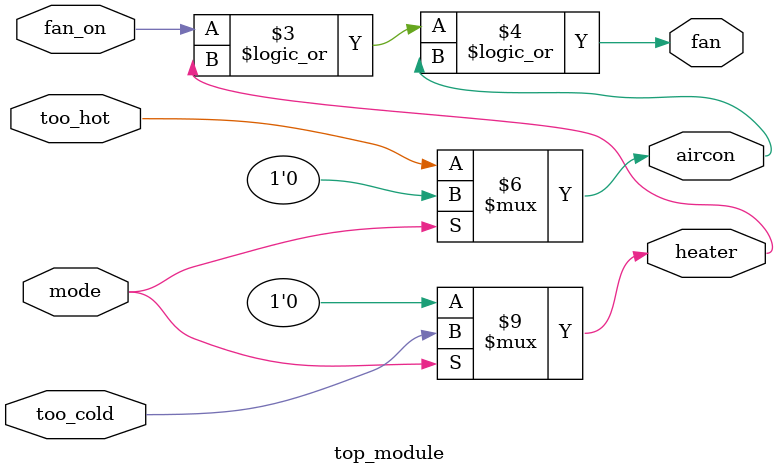
<source format=sv>
module top_module(
    input mode,
    input too_cold, 
    input too_hot,
    input fan_on,
    output reg heater,
    output reg aircon,
    output reg fan
);

always @(*) begin
    if (mode == 1) begin  // Heating mode
        heater = too_cold;
        aircon = 0;
    end else begin  // Cooling mode
        heater = 0;
        aircon = too_hot;
    end
    fan = fan_on || heater || aircon;
end

endmodule

</source>
